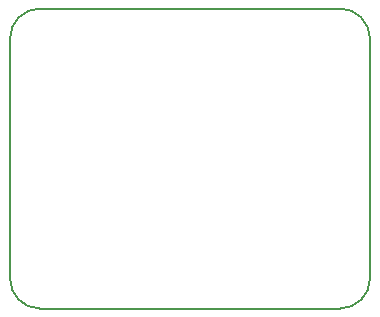
<source format=gbr>
G04 #@! TF.GenerationSoftware,KiCad,Pcbnew,(5.0.0)*
G04 #@! TF.CreationDate,2018-12-16T16:19:50-06:00*
G04 #@! TF.ProjectId,IMUBreakout_Hardware,494D55427265616B6F75745F48617264,rev?*
G04 #@! TF.SameCoordinates,Original*
G04 #@! TF.FileFunction,Profile,NP*
%FSLAX46Y46*%
G04 Gerber Fmt 4.6, Leading zero omitted, Abs format (unit mm)*
G04 Created by KiCad (PCBNEW (5.0.0)) date 12/16/18 16:19:50*
%MOMM*%
%LPD*%
G01*
G04 APERTURE LIST*
%ADD10C,0.150000*%
G04 APERTURE END LIST*
D10*
X165100000Y-88900000D02*
X165100000Y-109220000D01*
X137160000Y-86360000D02*
X162560000Y-86360000D01*
X134620000Y-109220000D02*
X134620000Y-88900000D01*
X162560000Y-111760000D02*
X137160000Y-111760000D01*
X162560000Y-86360000D02*
G75*
G02X165100000Y-88900000I0J-2540000D01*
G01*
X165100000Y-109220000D02*
G75*
G02X162560000Y-111760000I-2540000J0D01*
G01*
X137160000Y-111760000D02*
G75*
G02X134620000Y-109220000I0J2540000D01*
G01*
X134620000Y-88900000D02*
G75*
G02X137160000Y-86360000I2540000J0D01*
G01*
M02*

</source>
